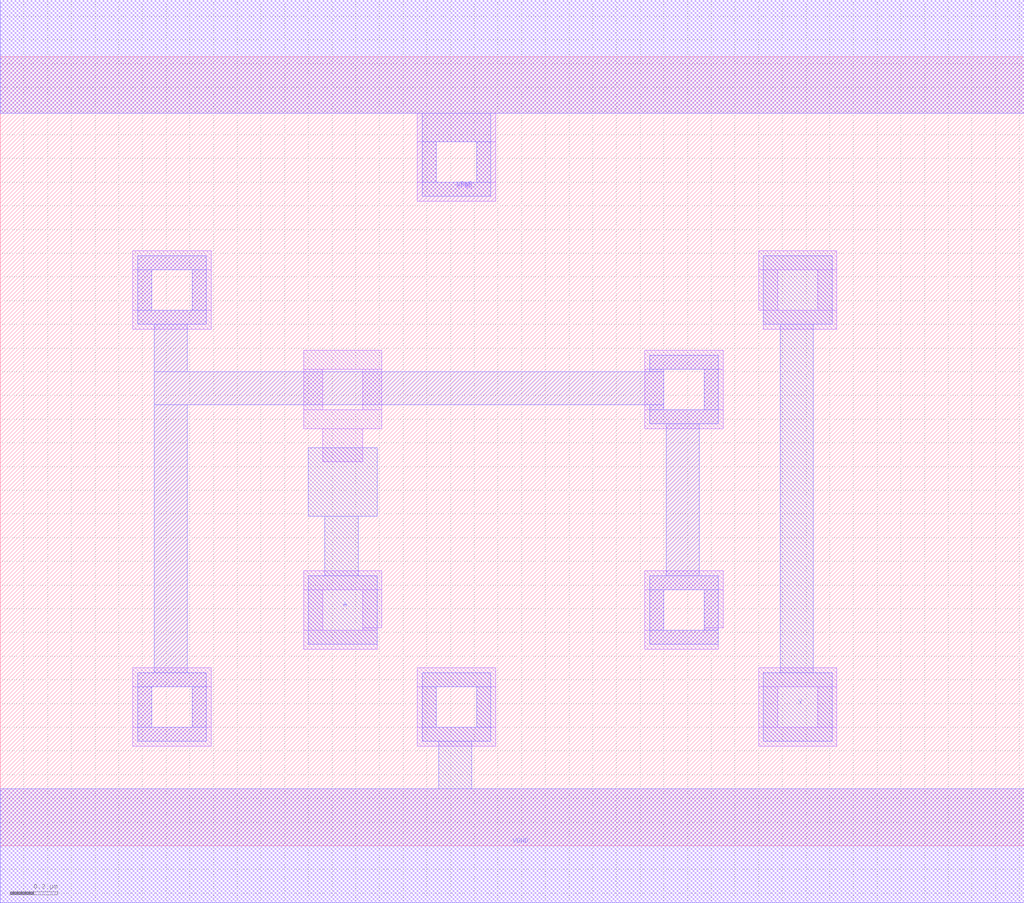
<source format=lef>
VERSION 5.7 ;
  NOWIREEXTENSIONATPIN ON ;
  DIVIDERCHAR "/" ;
  BUSBITCHARS "[]" ;
MACRO BUFX2
  CLASS CORE ;
  FOREIGN BUFX2 ;
  ORIGIN 0.000 0.000 ;
  SIZE 4.320 BY 3.330 ;
  SYMMETRY X Y R90 ;
  SITE unit ;
  PIN VPWR
    DIRECTION INOUT ;
    USE POWER ;
    SHAPE ABUTMENT ;
    PORT
      LAYER met1 ;
        RECT 0.000 3.090 4.320 3.570 ;
        RECT 1.780 2.970 2.070 3.090 ;
        RECT 1.780 2.800 1.840 2.970 ;
        RECT 2.010 2.800 2.070 2.970 ;
        RECT 1.780 2.740 2.070 2.800 ;
    END
    PORT
      LAYER li1 ;
        RECT 0.000 3.090 4.320 3.570 ;
        RECT 1.760 2.970 2.090 3.090 ;
        RECT 1.760 2.800 1.840 2.970 ;
        RECT 2.010 2.800 2.090 2.970 ;
        RECT 1.760 2.720 2.090 2.800 ;
    END
  END VPWR
  PIN VGND
    DIRECTION INOUT ;
    USE GROUND ;
    SHAPE ABUTMENT ;
    PORT
      LAYER met1 ;
        RECT 1.780 0.670 2.070 0.730 ;
        RECT 1.780 0.500 1.840 0.670 ;
        RECT 2.010 0.500 2.070 0.670 ;
        RECT 1.780 0.440 2.070 0.500 ;
        RECT 1.850 0.240 1.990 0.440 ;
        RECT 0.000 -0.240 4.320 0.240 ;
    END
    PORT
      LAYER li1 ;
        RECT 0.000 -0.240 4.320 0.240 ;
    END
  END VGND
  PIN Y
    DIRECTION INOUT ;
    USE SIGNAL ;
    SHAPE ABUTMENT ;
    PORT
      LAYER met1 ;
        RECT 3.220 2.200 3.510 2.490 ;
        RECT 3.290 0.730 3.430 2.200 ;
        RECT 3.220 0.440 3.510 0.730 ;
    END
  END Y
  PIN A
    DIRECTION INOUT ;
    USE SIGNAL ;
    SHAPE ABUTMENT ;
    PORT
      LAYER met1 ;
        RECT 1.300 1.390 1.590 1.680 ;
        RECT 1.370 1.140 1.510 1.390 ;
        RECT 1.300 0.850 1.590 1.140 ;
    END
  END A
  OBS
      LAYER li1 ;
        RECT 0.560 2.430 0.890 2.510 ;
        RECT 0.560 2.260 0.640 2.430 ;
        RECT 0.810 2.260 0.890 2.430 ;
        RECT 3.200 2.430 3.530 2.510 ;
        RECT 3.200 2.260 3.280 2.430 ;
        RECT 3.450 2.260 3.530 2.430 ;
        RECT 0.560 2.180 0.890 2.260 ;
        RECT 3.220 2.180 3.530 2.260 ;
        RECT 1.280 2.010 1.610 2.090 ;
        RECT 1.280 1.840 1.360 2.010 ;
        RECT 1.530 1.840 1.610 2.010 ;
        RECT 1.280 1.760 1.610 1.840 ;
        RECT 2.720 2.010 3.050 2.090 ;
        RECT 2.720 1.840 2.800 2.010 ;
        RECT 2.970 1.840 3.050 2.010 ;
        RECT 2.720 1.760 3.050 1.840 ;
        RECT 1.360 1.620 1.530 1.760 ;
        RECT 1.280 1.080 1.610 1.160 ;
        RECT 1.280 0.910 1.360 1.080 ;
        RECT 1.530 0.920 1.610 1.080 ;
        RECT 2.720 1.080 3.050 1.160 ;
        RECT 1.530 0.910 1.590 0.920 ;
        RECT 1.280 0.830 1.590 0.910 ;
        RECT 2.720 0.910 2.800 1.080 ;
        RECT 2.970 0.920 3.050 1.080 ;
        RECT 2.970 0.910 3.030 0.920 ;
        RECT 2.720 0.830 3.030 0.910 ;
        RECT 0.560 0.670 0.890 0.750 ;
        RECT 0.560 0.500 0.640 0.670 ;
        RECT 0.810 0.500 0.890 0.670 ;
        RECT 0.560 0.420 0.890 0.500 ;
        RECT 1.760 0.670 2.090 0.750 ;
        RECT 1.760 0.500 1.840 0.670 ;
        RECT 2.010 0.500 2.090 0.670 ;
        RECT 1.760 0.420 2.090 0.500 ;
        RECT 3.200 0.670 3.530 0.750 ;
        RECT 3.200 0.500 3.280 0.670 ;
        RECT 3.450 0.500 3.530 0.670 ;
        RECT 3.200 0.420 3.530 0.500 ;
      LAYER met1 ;
        RECT 0.580 2.430 0.870 2.490 ;
        RECT 0.580 2.260 0.640 2.430 ;
        RECT 0.810 2.260 0.870 2.430 ;
        RECT 0.580 2.200 0.870 2.260 ;
        RECT 0.650 2.000 0.790 2.200 ;
        RECT 2.740 2.010 3.030 2.070 ;
        RECT 2.740 2.000 2.800 2.010 ;
        RECT 0.650 1.860 2.800 2.000 ;
        RECT 0.650 0.730 0.790 1.860 ;
        RECT 2.740 1.840 2.800 1.860 ;
        RECT 2.970 1.840 3.030 2.010 ;
        RECT 2.740 1.780 3.030 1.840 ;
        RECT 2.810 1.140 2.950 1.780 ;
        RECT 2.740 1.080 3.030 1.140 ;
        RECT 2.740 0.910 2.800 1.080 ;
        RECT 2.970 0.910 3.030 1.080 ;
        RECT 2.740 0.850 3.030 0.910 ;
        RECT 0.580 0.670 0.870 0.730 ;
        RECT 0.580 0.500 0.640 0.670 ;
        RECT 0.810 0.500 0.870 0.670 ;
        RECT 0.580 0.440 0.870 0.500 ;
  END
END BUFX2
END LIBRARY


</source>
